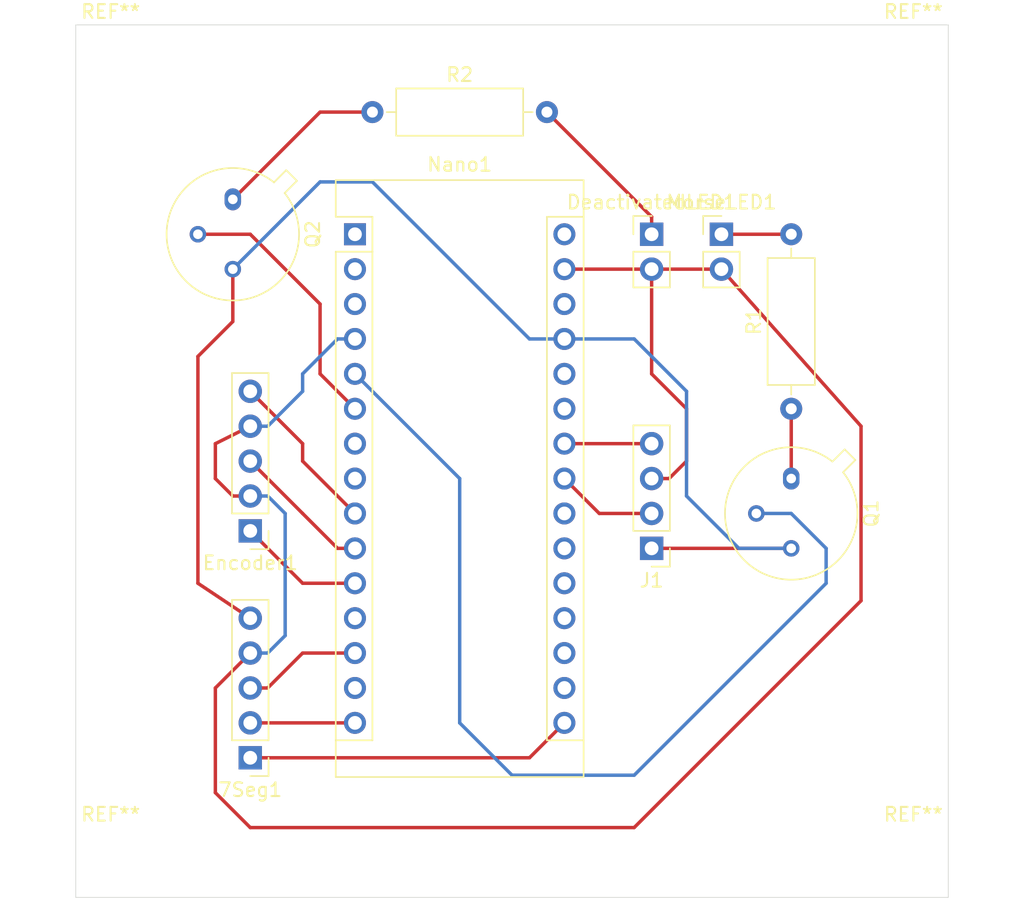
<source format=kicad_pcb>
(kicad_pcb (version 20171130) (host pcbnew "(5.1.9)-1")

  (general
    (thickness 1.6)
    (drawings 4)
    (tracks 77)
    (zones 0)
    (modules 14)
    (nets 34)
  )

  (page A4)
  (layers
    (0 F.Cu signal)
    (31 B.Cu signal)
    (32 B.Adhes user)
    (33 F.Adhes user)
    (34 B.Paste user)
    (35 F.Paste user)
    (36 B.SilkS user)
    (37 F.SilkS user)
    (38 B.Mask user)
    (39 F.Mask user)
    (40 Dwgs.User user)
    (41 Cmts.User user hide)
    (42 Eco1.User user hide)
    (43 Eco2.User user hide)
    (44 Edge.Cuts user)
    (45 Margin user hide)
    (46 B.CrtYd user hide)
    (47 F.CrtYd user hide)
    (48 B.Fab user)
    (49 F.Fab user)
  )

  (setup
    (last_trace_width 0.25)
    (trace_clearance 0.2)
    (zone_clearance 0.508)
    (zone_45_only no)
    (trace_min 0.2)
    (via_size 0.8)
    (via_drill 0.4)
    (via_min_size 0.4)
    (via_min_drill 0.3)
    (uvia_size 0.3)
    (uvia_drill 0.1)
    (uvias_allowed no)
    (uvia_min_size 0.2)
    (uvia_min_drill 0.1)
    (edge_width 0.05)
    (segment_width 0.2)
    (pcb_text_width 0.3)
    (pcb_text_size 1.5 1.5)
    (mod_edge_width 0.12)
    (mod_text_size 1 1)
    (mod_text_width 0.15)
    (pad_size 1.524 1.524)
    (pad_drill 0.762)
    (pad_to_mask_clearance 0)
    (aux_axis_origin 0 0)
    (grid_origin 133.35 71.12)
    (visible_elements 7FFFFFFF)
    (pcbplotparams
      (layerselection 0x010fc_ffffffff)
      (usegerberextensions false)
      (usegerberattributes true)
      (usegerberadvancedattributes true)
      (creategerberjobfile true)
      (excludeedgelayer true)
      (linewidth 0.100000)
      (plotframeref false)
      (viasonmask false)
      (mode 1)
      (useauxorigin false)
      (hpglpennumber 1)
      (hpglpenspeed 20)
      (hpglpendiameter 15.000000)
      (psnegative false)
      (psa4output false)
      (plotreference true)
      (plotvalue true)
      (plotinvisibletext false)
      (padsonsilk false)
      (subtractmaskfromsilk false)
      (outputformat 1)
      (mirror false)
      (drillshape 0)
      (scaleselection 1)
      (outputdirectory ""))
  )

  (net 0 "")
  (net 1 "Net-(7Seg1-Pad1)")
  (net 2 "Net-(7Seg1-Pad2)")
  (net 3 "Net-(Nano1-Pad30)")
  (net 4 "Net-(Nano1-Pad14)")
  (net 5 GND)
  (net 6 "Net-(7Seg1-Pad3)")
  (net 7 "Net-(Nano1-Pad28)")
  (net 8 "Net-(Nano1-Pad12)")
  (net 9 +5V)
  (net 10 "Net-(Encoder1-Pad1)")
  (net 11 "Net-(Nano1-Pad26)")
  (net 12 "Net-(Encoder1-Pad3)")
  (net 13 "Net-(Nano1-Pad25)")
  (net 14 "Net-(Encoder1-Pad5)")
  (net 15 "Net-(Nano1-Pad8)")
  (net 16 "Net-(Nano1-Pad7)")
  (net 17 "Net-(Nano1-Pad22)")
  (net 18 "Net-(Nano1-Pad6)")
  (net 19 "Net-(Nano1-Pad21)")
  (net 20 "Net-(Nano1-Pad5)")
  (net 21 "Net-(Nano1-Pad20)")
  (net 22 "Net-(Nano1-Pad19)")
  (net 23 "Net-(Nano1-Pad3)")
  (net 24 "Net-(Nano1-Pad18)")
  (net 25 "Net-(Nano1-Pad2)")
  (net 26 "Net-(Nano1-Pad17)")
  (net 27 "Net-(Nano1-Pad1)")
  (net 28 "Net-(Q1-Pad1)")
  (net 29 "Net-(DeactivatedLED1-Pad1)")
  (net 30 "Net-(J1-Pad4)")
  (net 31 "Net-(J1-Pad2)")
  (net 32 "Net-(MorseLED1-Pad1)")
  (net 33 "Net-(Q2-Pad1)")

  (net_class Default "This is the default net class."
    (clearance 0.2)
    (trace_width 0.25)
    (via_dia 0.8)
    (via_drill 0.4)
    (uvia_dia 0.3)
    (uvia_drill 0.1)
    (add_net +5V)
    (add_net GND)
    (add_net "Net-(7Seg1-Pad1)")
    (add_net "Net-(7Seg1-Pad2)")
    (add_net "Net-(7Seg1-Pad3)")
    (add_net "Net-(DeactivatedLED1-Pad1)")
    (add_net "Net-(Encoder1-Pad1)")
    (add_net "Net-(Encoder1-Pad3)")
    (add_net "Net-(Encoder1-Pad5)")
    (add_net "Net-(J1-Pad2)")
    (add_net "Net-(J1-Pad4)")
    (add_net "Net-(MorseLED1-Pad1)")
    (add_net "Net-(Nano1-Pad1)")
    (add_net "Net-(Nano1-Pad12)")
    (add_net "Net-(Nano1-Pad14)")
    (add_net "Net-(Nano1-Pad17)")
    (add_net "Net-(Nano1-Pad18)")
    (add_net "Net-(Nano1-Pad19)")
    (add_net "Net-(Nano1-Pad2)")
    (add_net "Net-(Nano1-Pad20)")
    (add_net "Net-(Nano1-Pad21)")
    (add_net "Net-(Nano1-Pad22)")
    (add_net "Net-(Nano1-Pad25)")
    (add_net "Net-(Nano1-Pad26)")
    (add_net "Net-(Nano1-Pad28)")
    (add_net "Net-(Nano1-Pad3)")
    (add_net "Net-(Nano1-Pad30)")
    (add_net "Net-(Nano1-Pad5)")
    (add_net "Net-(Nano1-Pad6)")
    (add_net "Net-(Nano1-Pad7)")
    (add_net "Net-(Nano1-Pad8)")
    (add_net "Net-(Q1-Pad1)")
    (add_net "Net-(Q2-Pad1)")
  )

  (module MountingHole:MountingHole_2.5mm (layer F.Cu) (tedit 56D1B4CB) (tstamp 61066581)
    (at 135.89 132.08)
    (descr "Mounting Hole 2.5mm, no annular")
    (tags "mounting hole 2.5mm no annular")
    (attr virtual)
    (fp_text reference REF** (at 0 -3.5) (layer F.SilkS)
      (effects (font (size 1 1) (thickness 0.15)))
    )
    (fp_text value MountingHole_2.5mm (at 0 3.5) (layer F.Fab)
      (effects (font (size 1 1) (thickness 0.15)))
    )
    (fp_text user %R (at 0.3 0) (layer F.Fab)
      (effects (font (size 1 1) (thickness 0.15)))
    )
    (fp_circle (center 0 0) (end 2.5 0) (layer Cmts.User) (width 0.15))
    (fp_circle (center 0 0) (end 2.75 0) (layer F.CrtYd) (width 0.05))
    (pad 1 np_thru_hole circle (at 0 0) (size 2.5 2.5) (drill 2.5) (layers *.Cu *.Mask))
  )

  (module MountingHole:MountingHole_2.5mm (layer F.Cu) (tedit 56D1B4CB) (tstamp 6106655D)
    (at 194.31 132.08)
    (descr "Mounting Hole 2.5mm, no annular")
    (tags "mounting hole 2.5mm no annular")
    (attr virtual)
    (fp_text reference REF** (at 0 -3.5) (layer F.SilkS)
      (effects (font (size 1 1) (thickness 0.15)))
    )
    (fp_text value MountingHole_2.5mm (at 0 3.5) (layer F.Fab)
      (effects (font (size 1 1) (thickness 0.15)))
    )
    (fp_text user %R (at 0.3 0) (layer F.Fab)
      (effects (font (size 1 1) (thickness 0.15)))
    )
    (fp_circle (center 0 0) (end 2.5 0) (layer Cmts.User) (width 0.15))
    (fp_circle (center 0 0) (end 2.75 0) (layer F.CrtYd) (width 0.05))
    (pad 1 np_thru_hole circle (at 0 0) (size 2.5 2.5) (drill 2.5) (layers *.Cu *.Mask))
  )

  (module MountingHole:MountingHole_2.5mm (layer F.Cu) (tedit 56D1B4CB) (tstamp 61066539)
    (at 194.31 73.66)
    (descr "Mounting Hole 2.5mm, no annular")
    (tags "mounting hole 2.5mm no annular")
    (attr virtual)
    (fp_text reference REF** (at 0 -3.5) (layer F.SilkS)
      (effects (font (size 1 1) (thickness 0.15)))
    )
    (fp_text value MountingHole_2.5mm (at 0 3.5) (layer F.Fab)
      (effects (font (size 1 1) (thickness 0.15)))
    )
    (fp_text user %R (at 0.3 0) (layer F.Fab)
      (effects (font (size 1 1) (thickness 0.15)))
    )
    (fp_circle (center 0 0) (end 2.5 0) (layer Cmts.User) (width 0.15))
    (fp_circle (center 0 0) (end 2.75 0) (layer F.CrtYd) (width 0.05))
    (pad 1 np_thru_hole circle (at 0 0) (size 2.5 2.5) (drill 2.5) (layers *.Cu *.Mask))
  )

  (module MountingHole:MountingHole_2.5mm (layer F.Cu) (tedit 56D1B4CB) (tstamp 61066515)
    (at 135.89 73.66)
    (descr "Mounting Hole 2.5mm, no annular")
    (tags "mounting hole 2.5mm no annular")
    (attr virtual)
    (fp_text reference REF** (at 0 -3.5) (layer F.SilkS)
      (effects (font (size 1 1) (thickness 0.15)))
    )
    (fp_text value MountingHole_2.5mm (at 0 3.5) (layer F.Fab)
      (effects (font (size 1 1) (thickness 0.15)))
    )
    (fp_text user %R (at 0.3 0) (layer F.Fab)
      (effects (font (size 1 1) (thickness 0.15)))
    )
    (fp_circle (center 0 0) (end 2.5 0) (layer Cmts.User) (width 0.15))
    (fp_circle (center 0 0) (end 2.75 0) (layer F.CrtYd) (width 0.05))
    (pad 1 np_thru_hole circle (at 0 0) (size 2.5 2.5) (drill 2.5) (layers *.Cu *.Mask))
  )

  (module Resistor_THT:R_Axial_DIN0309_L9.0mm_D3.2mm_P12.70mm_Horizontal (layer F.Cu) (tedit 5AE5139B) (tstamp 610548EB)
    (at 154.94 77.47)
    (descr "Resistor, Axial_DIN0309 series, Axial, Horizontal, pin pitch=12.7mm, 0.5W = 1/2W, length*diameter=9*3.2mm^2, http://cdn-reichelt.de/documents/datenblatt/B400/1_4W%23YAG.pdf")
    (tags "Resistor Axial_DIN0309 series Axial Horizontal pin pitch 12.7mm 0.5W = 1/2W length 9mm diameter 3.2mm")
    (path /61056D92)
    (fp_text reference R2 (at 6.35 -2.72) (layer F.SilkS)
      (effects (font (size 1 1) (thickness 0.15)))
    )
    (fp_text value R (at 6.35 2.72) (layer F.Fab)
      (effects (font (size 1 1) (thickness 0.15)))
    )
    (fp_line (start 13.75 -1.85) (end -1.05 -1.85) (layer F.CrtYd) (width 0.05))
    (fp_line (start 13.75 1.85) (end 13.75 -1.85) (layer F.CrtYd) (width 0.05))
    (fp_line (start -1.05 1.85) (end 13.75 1.85) (layer F.CrtYd) (width 0.05))
    (fp_line (start -1.05 -1.85) (end -1.05 1.85) (layer F.CrtYd) (width 0.05))
    (fp_line (start 11.66 0) (end 10.97 0) (layer F.SilkS) (width 0.12))
    (fp_line (start 1.04 0) (end 1.73 0) (layer F.SilkS) (width 0.12))
    (fp_line (start 10.97 -1.72) (end 1.73 -1.72) (layer F.SilkS) (width 0.12))
    (fp_line (start 10.97 1.72) (end 10.97 -1.72) (layer F.SilkS) (width 0.12))
    (fp_line (start 1.73 1.72) (end 10.97 1.72) (layer F.SilkS) (width 0.12))
    (fp_line (start 1.73 -1.72) (end 1.73 1.72) (layer F.SilkS) (width 0.12))
    (fp_line (start 12.7 0) (end 10.85 0) (layer F.Fab) (width 0.1))
    (fp_line (start 0 0) (end 1.85 0) (layer F.Fab) (width 0.1))
    (fp_line (start 10.85 -1.6) (end 1.85 -1.6) (layer F.Fab) (width 0.1))
    (fp_line (start 10.85 1.6) (end 10.85 -1.6) (layer F.Fab) (width 0.1))
    (fp_line (start 1.85 1.6) (end 10.85 1.6) (layer F.Fab) (width 0.1))
    (fp_line (start 1.85 -1.6) (end 1.85 1.6) (layer F.Fab) (width 0.1))
    (fp_text user %R (at 6.35 0) (layer F.Fab)
      (effects (font (size 1 1) (thickness 0.15)))
    )
    (pad 2 thru_hole oval (at 12.7 0) (size 1.6 1.6) (drill 0.8) (layers *.Cu *.Mask)
      (net 29 "Net-(DeactivatedLED1-Pad1)"))
    (pad 1 thru_hole circle (at 0 0) (size 1.6 1.6) (drill 0.8) (layers *.Cu *.Mask)
      (net 33 "Net-(Q2-Pad1)"))
    (model ${KISYS3DMOD}/Resistor_THT.3dshapes/R_Axial_DIN0309_L9.0mm_D3.2mm_P12.70mm_Horizontal.wrl
      (at (xyz 0 0 0))
      (scale (xyz 1 1 1))
      (rotate (xyz 0 0 0))
    )
  )

  (module Resistor_THT:R_Axial_DIN0309_L9.0mm_D3.2mm_P12.70mm_Horizontal (layer F.Cu) (tedit 5AE5139B) (tstamp 610548D4)
    (at 185.42 99.06 90)
    (descr "Resistor, Axial_DIN0309 series, Axial, Horizontal, pin pitch=12.7mm, 0.5W = 1/2W, length*diameter=9*3.2mm^2, http://cdn-reichelt.de/documents/datenblatt/B400/1_4W%23YAG.pdf")
    (tags "Resistor Axial_DIN0309 series Axial Horizontal pin pitch 12.7mm 0.5W = 1/2W length 9mm diameter 3.2mm")
    (path /6104E96F)
    (fp_text reference R1 (at 6.35 -2.72 90) (layer F.SilkS)
      (effects (font (size 1 1) (thickness 0.15)))
    )
    (fp_text value R (at 6.35 2.72 90) (layer F.Fab)
      (effects (font (size 1 1) (thickness 0.15)))
    )
    (fp_line (start 13.75 -1.85) (end -1.05 -1.85) (layer F.CrtYd) (width 0.05))
    (fp_line (start 13.75 1.85) (end 13.75 -1.85) (layer F.CrtYd) (width 0.05))
    (fp_line (start -1.05 1.85) (end 13.75 1.85) (layer F.CrtYd) (width 0.05))
    (fp_line (start -1.05 -1.85) (end -1.05 1.85) (layer F.CrtYd) (width 0.05))
    (fp_line (start 11.66 0) (end 10.97 0) (layer F.SilkS) (width 0.12))
    (fp_line (start 1.04 0) (end 1.73 0) (layer F.SilkS) (width 0.12))
    (fp_line (start 10.97 -1.72) (end 1.73 -1.72) (layer F.SilkS) (width 0.12))
    (fp_line (start 10.97 1.72) (end 10.97 -1.72) (layer F.SilkS) (width 0.12))
    (fp_line (start 1.73 1.72) (end 10.97 1.72) (layer F.SilkS) (width 0.12))
    (fp_line (start 1.73 -1.72) (end 1.73 1.72) (layer F.SilkS) (width 0.12))
    (fp_line (start 12.7 0) (end 10.85 0) (layer F.Fab) (width 0.1))
    (fp_line (start 0 0) (end 1.85 0) (layer F.Fab) (width 0.1))
    (fp_line (start 10.85 -1.6) (end 1.85 -1.6) (layer F.Fab) (width 0.1))
    (fp_line (start 10.85 1.6) (end 10.85 -1.6) (layer F.Fab) (width 0.1))
    (fp_line (start 1.85 1.6) (end 10.85 1.6) (layer F.Fab) (width 0.1))
    (fp_line (start 1.85 -1.6) (end 1.85 1.6) (layer F.Fab) (width 0.1))
    (fp_text user %R (at 6.35 0 90) (layer F.Fab)
      (effects (font (size 1 1) (thickness 0.15)))
    )
    (pad 2 thru_hole oval (at 12.7 0 90) (size 1.6 1.6) (drill 0.8) (layers *.Cu *.Mask)
      (net 32 "Net-(MorseLED1-Pad1)"))
    (pad 1 thru_hole circle (at 0 0 90) (size 1.6 1.6) (drill 0.8) (layers *.Cu *.Mask)
      (net 28 "Net-(Q1-Pad1)"))
    (model ${KISYS3DMOD}/Resistor_THT.3dshapes/R_Axial_DIN0309_L9.0mm_D3.2mm_P12.70mm_Horizontal.wrl
      (at (xyz 0 0 0))
      (scale (xyz 1 1 1))
      (rotate (xyz 0 0 0))
    )
  )

  (module Package_TO_SOT_THT:TO-39-3 (layer F.Cu) (tedit 5A02FF81) (tstamp 610548BD)
    (at 144.78 83.82 270)
    (descr TO-39-3)
    (tags TO-39-3)
    (path /6105728C)
    (fp_text reference Q2 (at 2.54 -5.82 90) (layer F.SilkS)
      (effects (font (size 1 1) (thickness 0.15)))
    )
    (fp_text value 2N2219 (at 2.54 5.82 90) (layer F.Fab)
      (effects (font (size 1 1) (thickness 0.15)))
    )
    (fp_circle (center 2.54 0) (end 6.79 0) (layer F.Fab) (width 0.1))
    (fp_line (start 7.49 -4.95) (end -2.41 -4.95) (layer F.CrtYd) (width 0.05))
    (fp_line (start 7.49 4.95) (end 7.49 -4.95) (layer F.CrtYd) (width 0.05))
    (fp_line (start -2.41 4.95) (end 7.49 4.95) (layer F.CrtYd) (width 0.05))
    (fp_line (start -2.41 -4.95) (end -2.41 4.95) (layer F.CrtYd) (width 0.05))
    (fp_line (start -2.125856 -3.888039) (end -1.234902 -2.997084) (layer F.SilkS) (width 0.12))
    (fp_line (start -1.348039 -4.665856) (end -2.125856 -3.888039) (layer F.SilkS) (width 0.12))
    (fp_line (start -0.457084 -3.774902) (end -1.348039 -4.665856) (layer F.SilkS) (width 0.12))
    (fp_line (start -1.879621 -3.81151) (end -1.07352 -3.005408) (layer F.Fab) (width 0.1))
    (fp_line (start -1.27151 -4.419621) (end -1.879621 -3.81151) (layer F.Fab) (width 0.1))
    (fp_line (start -0.465408 -3.61352) (end -1.27151 -4.419621) (layer F.Fab) (width 0.1))
    (fp_arc (start 2.54 0) (end -0.457084 -3.774902) (angle 346.9) (layer F.SilkS) (width 0.12))
    (fp_arc (start 2.54 0) (end -0.465408 -3.61352) (angle 349.5) (layer F.Fab) (width 0.1))
    (fp_text user %R (at 2.54 -5.82 90) (layer F.Fab)
      (effects (font (size 1 1) (thickness 0.15)))
    )
    (pad 3 thru_hole oval (at 5.08 0 270) (size 1.2 1.2) (drill 0.7) (layers *.Cu *.Mask)
      (net 9 +5V))
    (pad 2 thru_hole oval (at 2.54 2.54 270) (size 1.2 1.2) (drill 0.7) (layers *.Cu *.Mask)
      (net 18 "Net-(Nano1-Pad6)"))
    (pad 1 thru_hole oval (at 0 0 270) (size 1.6 1.2) (drill 0.7) (layers *.Cu *.Mask)
      (net 33 "Net-(Q2-Pad1)"))
    (model ${KISYS3DMOD}/Package_TO_SOT_THT.3dshapes/TO-39-3.wrl
      (at (xyz 0 0 0))
      (scale (xyz 1 1 1))
      (rotate (xyz 0 0 0))
    )
  )

  (module Connector_PinHeader_2.54mm:PinHeader_1x02_P2.54mm_Vertical (layer F.Cu) (tedit 59FED5CC) (tstamp 61054808)
    (at 180.34 86.36)
    (descr "Through hole straight pin header, 1x02, 2.54mm pitch, single row")
    (tags "Through hole pin header THT 1x02 2.54mm single row")
    (path /610551C1)
    (fp_text reference MorseLED1 (at 0 -2.33) (layer F.SilkS)
      (effects (font (size 1 1) (thickness 0.15)))
    )
    (fp_text value Conn_01x02 (at 0 4.87) (layer F.Fab)
      (effects (font (size 1 1) (thickness 0.15)))
    )
    (fp_line (start 1.8 -1.8) (end -1.8 -1.8) (layer F.CrtYd) (width 0.05))
    (fp_line (start 1.8 4.35) (end 1.8 -1.8) (layer F.CrtYd) (width 0.05))
    (fp_line (start -1.8 4.35) (end 1.8 4.35) (layer F.CrtYd) (width 0.05))
    (fp_line (start -1.8 -1.8) (end -1.8 4.35) (layer F.CrtYd) (width 0.05))
    (fp_line (start -1.33 -1.33) (end 0 -1.33) (layer F.SilkS) (width 0.12))
    (fp_line (start -1.33 0) (end -1.33 -1.33) (layer F.SilkS) (width 0.12))
    (fp_line (start -1.33 1.27) (end 1.33 1.27) (layer F.SilkS) (width 0.12))
    (fp_line (start 1.33 1.27) (end 1.33 3.87) (layer F.SilkS) (width 0.12))
    (fp_line (start -1.33 1.27) (end -1.33 3.87) (layer F.SilkS) (width 0.12))
    (fp_line (start -1.33 3.87) (end 1.33 3.87) (layer F.SilkS) (width 0.12))
    (fp_line (start -1.27 -0.635) (end -0.635 -1.27) (layer F.Fab) (width 0.1))
    (fp_line (start -1.27 3.81) (end -1.27 -0.635) (layer F.Fab) (width 0.1))
    (fp_line (start 1.27 3.81) (end -1.27 3.81) (layer F.Fab) (width 0.1))
    (fp_line (start 1.27 -1.27) (end 1.27 3.81) (layer F.Fab) (width 0.1))
    (fp_line (start -0.635 -1.27) (end 1.27 -1.27) (layer F.Fab) (width 0.1))
    (fp_text user %R (at 0 1.27 90) (layer F.Fab)
      (effects (font (size 1 1) (thickness 0.15)))
    )
    (pad 2 thru_hole oval (at 0 2.54) (size 1.7 1.7) (drill 1) (layers *.Cu *.Mask)
      (net 5 GND))
    (pad 1 thru_hole rect (at 0 0) (size 1.7 1.7) (drill 1) (layers *.Cu *.Mask)
      (net 32 "Net-(MorseLED1-Pad1)"))
    (model ${KISYS3DMOD}/Connector_PinHeader_2.54mm.3dshapes/PinHeader_1x02_P2.54mm_Vertical.wrl
      (at (xyz 0 0 0))
      (scale (xyz 1 1 1))
      (rotate (xyz 0 0 0))
    )
  )

  (module Connector_PinHeader_2.54mm:PinHeader_1x04_P2.54mm_Vertical (layer F.Cu) (tedit 59FED5CC) (tstamp 610547F2)
    (at 175.26 109.22 180)
    (descr "Through hole straight pin header, 1x04, 2.54mm pitch, single row")
    (tags "Through hole pin header THT 1x04 2.54mm single row")
    (path /6105BDAA)
    (fp_text reference J1 (at 0 -2.33) (layer F.SilkS)
      (effects (font (size 1 1) (thickness 0.15)))
    )
    (fp_text value Conn_01x04 (at 0 9.95) (layer F.Fab)
      (effects (font (size 1 1) (thickness 0.15)))
    )
    (fp_line (start 1.8 -1.8) (end -1.8 -1.8) (layer F.CrtYd) (width 0.05))
    (fp_line (start 1.8 9.4) (end 1.8 -1.8) (layer F.CrtYd) (width 0.05))
    (fp_line (start -1.8 9.4) (end 1.8 9.4) (layer F.CrtYd) (width 0.05))
    (fp_line (start -1.8 -1.8) (end -1.8 9.4) (layer F.CrtYd) (width 0.05))
    (fp_line (start -1.33 -1.33) (end 0 -1.33) (layer F.SilkS) (width 0.12))
    (fp_line (start -1.33 0) (end -1.33 -1.33) (layer F.SilkS) (width 0.12))
    (fp_line (start -1.33 1.27) (end 1.33 1.27) (layer F.SilkS) (width 0.12))
    (fp_line (start 1.33 1.27) (end 1.33 8.95) (layer F.SilkS) (width 0.12))
    (fp_line (start -1.33 1.27) (end -1.33 8.95) (layer F.SilkS) (width 0.12))
    (fp_line (start -1.33 8.95) (end 1.33 8.95) (layer F.SilkS) (width 0.12))
    (fp_line (start -1.27 -0.635) (end -0.635 -1.27) (layer F.Fab) (width 0.1))
    (fp_line (start -1.27 8.89) (end -1.27 -0.635) (layer F.Fab) (width 0.1))
    (fp_line (start 1.27 8.89) (end -1.27 8.89) (layer F.Fab) (width 0.1))
    (fp_line (start 1.27 -1.27) (end 1.27 8.89) (layer F.Fab) (width 0.1))
    (fp_line (start -0.635 -1.27) (end 1.27 -1.27) (layer F.Fab) (width 0.1))
    (fp_text user %R (at 0 3.81 90) (layer F.Fab)
      (effects (font (size 1 1) (thickness 0.15)))
    )
    (pad 4 thru_hole oval (at 0 7.62 180) (size 1.7 1.7) (drill 1) (layers *.Cu *.Mask)
      (net 30 "Net-(J1-Pad4)"))
    (pad 3 thru_hole oval (at 0 5.08 180) (size 1.7 1.7) (drill 1) (layers *.Cu *.Mask)
      (net 5 GND))
    (pad 2 thru_hole oval (at 0 2.54 180) (size 1.7 1.7) (drill 1) (layers *.Cu *.Mask)
      (net 31 "Net-(J1-Pad2)"))
    (pad 1 thru_hole rect (at 0 0 180) (size 1.7 1.7) (drill 1) (layers *.Cu *.Mask)
      (net 9 +5V))
    (model ${KISYS3DMOD}/Connector_PinHeader_2.54mm.3dshapes/PinHeader_1x04_P2.54mm_Vertical.wrl
      (at (xyz 0 0 0))
      (scale (xyz 1 1 1))
      (rotate (xyz 0 0 0))
    )
  )

  (module Connector_PinHeader_2.54mm:PinHeader_1x02_P2.54mm_Vertical (layer F.Cu) (tedit 59FED5CC) (tstamp 610547AA)
    (at 175.26 86.36)
    (descr "Through hole straight pin header, 1x02, 2.54mm pitch, single row")
    (tags "Through hole pin header THT 1x02 2.54mm single row")
    (path /6105576B)
    (fp_text reference DeactivatedLED1 (at 0 -2.33) (layer F.SilkS)
      (effects (font (size 1 1) (thickness 0.15)))
    )
    (fp_text value Conn_01x02 (at 0 4.87) (layer F.Fab)
      (effects (font (size 1 1) (thickness 0.15)))
    )
    (fp_line (start 1.8 -1.8) (end -1.8 -1.8) (layer F.CrtYd) (width 0.05))
    (fp_line (start 1.8 4.35) (end 1.8 -1.8) (layer F.CrtYd) (width 0.05))
    (fp_line (start -1.8 4.35) (end 1.8 4.35) (layer F.CrtYd) (width 0.05))
    (fp_line (start -1.8 -1.8) (end -1.8 4.35) (layer F.CrtYd) (width 0.05))
    (fp_line (start -1.33 -1.33) (end 0 -1.33) (layer F.SilkS) (width 0.12))
    (fp_line (start -1.33 0) (end -1.33 -1.33) (layer F.SilkS) (width 0.12))
    (fp_line (start -1.33 1.27) (end 1.33 1.27) (layer F.SilkS) (width 0.12))
    (fp_line (start 1.33 1.27) (end 1.33 3.87) (layer F.SilkS) (width 0.12))
    (fp_line (start -1.33 1.27) (end -1.33 3.87) (layer F.SilkS) (width 0.12))
    (fp_line (start -1.33 3.87) (end 1.33 3.87) (layer F.SilkS) (width 0.12))
    (fp_line (start -1.27 -0.635) (end -0.635 -1.27) (layer F.Fab) (width 0.1))
    (fp_line (start -1.27 3.81) (end -1.27 -0.635) (layer F.Fab) (width 0.1))
    (fp_line (start 1.27 3.81) (end -1.27 3.81) (layer F.Fab) (width 0.1))
    (fp_line (start 1.27 -1.27) (end 1.27 3.81) (layer F.Fab) (width 0.1))
    (fp_line (start -0.635 -1.27) (end 1.27 -1.27) (layer F.Fab) (width 0.1))
    (fp_text user %R (at 0 1.27 90) (layer F.Fab)
      (effects (font (size 1 1) (thickness 0.15)))
    )
    (pad 2 thru_hole oval (at 0 2.54) (size 1.7 1.7) (drill 1) (layers *.Cu *.Mask)
      (net 5 GND))
    (pad 1 thru_hole rect (at 0 0) (size 1.7 1.7) (drill 1) (layers *.Cu *.Mask)
      (net 29 "Net-(DeactivatedLED1-Pad1)"))
    (model ${KISYS3DMOD}/Connector_PinHeader_2.54mm.3dshapes/PinHeader_1x02_P2.54mm_Vertical.wrl
      (at (xyz 0 0 0))
      (scale (xyz 1 1 1))
      (rotate (xyz 0 0 0))
    )
  )

  (module Package_TO_SOT_THT:TO-39-3 (layer F.Cu) (tedit 5A02FF81) (tstamp 61049976)
    (at 185.42 104.14 270)
    (descr TO-39-3)
    (tags TO-39-3)
    (path /6104D7BF)
    (fp_text reference Q1 (at 2.54 -5.82 90) (layer F.SilkS)
      (effects (font (size 1 1) (thickness 0.15)))
    )
    (fp_text value 2N2219 (at 2.54 5.82 90) (layer F.Fab)
      (effects (font (size 1 1) (thickness 0.15)))
    )
    (fp_line (start -0.465408 -3.61352) (end -1.27151 -4.419621) (layer F.Fab) (width 0.1))
    (fp_line (start -1.27151 -4.419621) (end -1.879621 -3.81151) (layer F.Fab) (width 0.1))
    (fp_line (start -1.879621 -3.81151) (end -1.07352 -3.005408) (layer F.Fab) (width 0.1))
    (fp_line (start -0.457084 -3.774902) (end -1.348039 -4.665856) (layer F.SilkS) (width 0.12))
    (fp_line (start -1.348039 -4.665856) (end -2.125856 -3.888039) (layer F.SilkS) (width 0.12))
    (fp_line (start -2.125856 -3.888039) (end -1.234902 -2.997084) (layer F.SilkS) (width 0.12))
    (fp_line (start -2.41 -4.95) (end -2.41 4.95) (layer F.CrtYd) (width 0.05))
    (fp_line (start -2.41 4.95) (end 7.49 4.95) (layer F.CrtYd) (width 0.05))
    (fp_line (start 7.49 4.95) (end 7.49 -4.95) (layer F.CrtYd) (width 0.05))
    (fp_line (start 7.49 -4.95) (end -2.41 -4.95) (layer F.CrtYd) (width 0.05))
    (fp_circle (center 2.54 0) (end 6.79 0) (layer F.Fab) (width 0.1))
    (fp_text user %R (at 2.54 -5.82 90) (layer F.Fab)
      (effects (font (size 1 1) (thickness 0.15)))
    )
    (fp_arc (start 2.54 0) (end -0.465408 -3.61352) (angle 349.5) (layer F.Fab) (width 0.1))
    (fp_arc (start 2.54 0) (end -0.457084 -3.774902) (angle 346.9) (layer F.SilkS) (width 0.12))
    (pad 1 thru_hole oval (at 0 0 270) (size 1.6 1.2) (drill 0.7) (layers *.Cu *.Mask)
      (net 28 "Net-(Q1-Pad1)"))
    (pad 2 thru_hole oval (at 2.54 2.54 270) (size 1.2 1.2) (drill 0.7) (layers *.Cu *.Mask)
      (net 20 "Net-(Nano1-Pad5)"))
    (pad 3 thru_hole oval (at 5.08 0 270) (size 1.2 1.2) (drill 0.7) (layers *.Cu *.Mask)
      (net 9 +5V))
    (model ${KISYS3DMOD}/Package_TO_SOT_THT.3dshapes/TO-39-3.wrl
      (at (xyz 0 0 0))
      (scale (xyz 1 1 1))
      (rotate (xyz 0 0 0))
    )
  )

  (module Connector_PinHeader_2.54mm:PinHeader_1x05_P2.54mm_Vertical (layer F.Cu) (tedit 59FED5CC) (tstamp 610495D7)
    (at 146.05 107.95 180)
    (descr "Through hole straight pin header, 1x05, 2.54mm pitch, single row")
    (tags "Through hole pin header THT 1x05 2.54mm single row")
    (path /61045C91)
    (fp_text reference Encoder1 (at 0 -2.33) (layer F.SilkS)
      (effects (font (size 1 1) (thickness 0.15)))
    )
    (fp_text value Conn_01x05 (at 0 12.49) (layer F.Fab)
      (effects (font (size 1 1) (thickness 0.15)))
    )
    (fp_line (start 1.8 -1.8) (end -1.8 -1.8) (layer F.CrtYd) (width 0.05))
    (fp_line (start 1.8 11.95) (end 1.8 -1.8) (layer F.CrtYd) (width 0.05))
    (fp_line (start -1.8 11.95) (end 1.8 11.95) (layer F.CrtYd) (width 0.05))
    (fp_line (start -1.8 -1.8) (end -1.8 11.95) (layer F.CrtYd) (width 0.05))
    (fp_line (start -1.33 -1.33) (end 0 -1.33) (layer F.SilkS) (width 0.12))
    (fp_line (start -1.33 0) (end -1.33 -1.33) (layer F.SilkS) (width 0.12))
    (fp_line (start -1.33 1.27) (end 1.33 1.27) (layer F.SilkS) (width 0.12))
    (fp_line (start 1.33 1.27) (end 1.33 11.49) (layer F.SilkS) (width 0.12))
    (fp_line (start -1.33 1.27) (end -1.33 11.49) (layer F.SilkS) (width 0.12))
    (fp_line (start -1.33 11.49) (end 1.33 11.49) (layer F.SilkS) (width 0.12))
    (fp_line (start -1.27 -0.635) (end -0.635 -1.27) (layer F.Fab) (width 0.1))
    (fp_line (start -1.27 11.43) (end -1.27 -0.635) (layer F.Fab) (width 0.1))
    (fp_line (start 1.27 11.43) (end -1.27 11.43) (layer F.Fab) (width 0.1))
    (fp_line (start 1.27 -1.27) (end 1.27 11.43) (layer F.Fab) (width 0.1))
    (fp_line (start -0.635 -1.27) (end 1.27 -1.27) (layer F.Fab) (width 0.1))
    (fp_text user %R (at 0 5.08 90) (layer F.Fab)
      (effects (font (size 1 1) (thickness 0.15)))
    )
    (pad 5 thru_hole oval (at 0 10.16 180) (size 1.7 1.7) (drill 1) (layers *.Cu *.Mask)
      (net 14 "Net-(Encoder1-Pad5)"))
    (pad 4 thru_hole oval (at 0 7.62 180) (size 1.7 1.7) (drill 1) (layers *.Cu *.Mask)
      (net 5 GND))
    (pad 3 thru_hole oval (at 0 5.08 180) (size 1.7 1.7) (drill 1) (layers *.Cu *.Mask)
      (net 12 "Net-(Encoder1-Pad3)"))
    (pad 2 thru_hole oval (at 0 2.54 180) (size 1.7 1.7) (drill 1) (layers *.Cu *.Mask)
      (net 5 GND))
    (pad 1 thru_hole rect (at 0 0 180) (size 1.7 1.7) (drill 1) (layers *.Cu *.Mask)
      (net 10 "Net-(Encoder1-Pad1)"))
    (model ${KISYS3DMOD}/Connector_PinHeader_2.54mm.3dshapes/PinHeader_1x05_P2.54mm_Vertical.wrl
      (at (xyz 0 0 0))
      (scale (xyz 1 1 1))
      (rotate (xyz 0 0 0))
    )
  )

  (module Connector_PinHeader_2.54mm:PinHeader_1x05_P2.54mm_Vertical (layer F.Cu) (tedit 59FED5CC) (tstamp 610495BE)
    (at 146.05 124.46 180)
    (descr "Through hole straight pin header, 1x05, 2.54mm pitch, single row")
    (tags "Through hole pin header THT 1x05 2.54mm single row")
    (path /61042CBA)
    (fp_text reference 7Seg1 (at 0 -2.33) (layer F.SilkS)
      (effects (font (size 1 1) (thickness 0.15)))
    )
    (fp_text value Conn_01x05 (at 0 12.49) (layer F.Fab)
      (effects (font (size 1 1) (thickness 0.15)))
    )
    (fp_line (start 1.8 -1.8) (end -1.8 -1.8) (layer F.CrtYd) (width 0.05))
    (fp_line (start 1.8 11.95) (end 1.8 -1.8) (layer F.CrtYd) (width 0.05))
    (fp_line (start -1.8 11.95) (end 1.8 11.95) (layer F.CrtYd) (width 0.05))
    (fp_line (start -1.8 -1.8) (end -1.8 11.95) (layer F.CrtYd) (width 0.05))
    (fp_line (start -1.33 -1.33) (end 0 -1.33) (layer F.SilkS) (width 0.12))
    (fp_line (start -1.33 0) (end -1.33 -1.33) (layer F.SilkS) (width 0.12))
    (fp_line (start -1.33 1.27) (end 1.33 1.27) (layer F.SilkS) (width 0.12))
    (fp_line (start 1.33 1.27) (end 1.33 11.49) (layer F.SilkS) (width 0.12))
    (fp_line (start -1.33 1.27) (end -1.33 11.49) (layer F.SilkS) (width 0.12))
    (fp_line (start -1.33 11.49) (end 1.33 11.49) (layer F.SilkS) (width 0.12))
    (fp_line (start -1.27 -0.635) (end -0.635 -1.27) (layer F.Fab) (width 0.1))
    (fp_line (start -1.27 11.43) (end -1.27 -0.635) (layer F.Fab) (width 0.1))
    (fp_line (start 1.27 11.43) (end -1.27 11.43) (layer F.Fab) (width 0.1))
    (fp_line (start 1.27 -1.27) (end 1.27 11.43) (layer F.Fab) (width 0.1))
    (fp_line (start -0.635 -1.27) (end 1.27 -1.27) (layer F.Fab) (width 0.1))
    (fp_text user %R (at 0 5.08 90) (layer F.Fab)
      (effects (font (size 1 1) (thickness 0.15)))
    )
    (pad 5 thru_hole oval (at 0 10.16 180) (size 1.7 1.7) (drill 1) (layers *.Cu *.Mask)
      (net 9 +5V))
    (pad 4 thru_hole oval (at 0 7.62 180) (size 1.7 1.7) (drill 1) (layers *.Cu *.Mask)
      (net 5 GND))
    (pad 3 thru_hole oval (at 0 5.08 180) (size 1.7 1.7) (drill 1) (layers *.Cu *.Mask)
      (net 6 "Net-(7Seg1-Pad3)"))
    (pad 2 thru_hole oval (at 0 2.54 180) (size 1.7 1.7) (drill 1) (layers *.Cu *.Mask)
      (net 2 "Net-(7Seg1-Pad2)"))
    (pad 1 thru_hole rect (at 0 0 180) (size 1.7 1.7) (drill 1) (layers *.Cu *.Mask)
      (net 1 "Net-(7Seg1-Pad1)"))
    (model ${KISYS3DMOD}/Connector_PinHeader_2.54mm.3dshapes/PinHeader_1x05_P2.54mm_Vertical.wrl
      (at (xyz 0 0 0))
      (scale (xyz 1 1 1))
      (rotate (xyz 0 0 0))
    )
  )

  (module Module:Arduino_Nano (layer F.Cu) (tedit 58ACAF70) (tstamp 61048E8A)
    (at 153.67 86.36)
    (descr "Arduino Nano, http://www.mouser.com/pdfdocs/Gravitech_Arduino_Nano3_0.pdf")
    (tags "Arduino Nano")
    (path /6103F115)
    (fp_text reference Nano1 (at 7.62 -5.08) (layer F.SilkS)
      (effects (font (size 1 1) (thickness 0.15)))
    )
    (fp_text value Arduino_Nano_v3.x (at 8.89 19.05 90) (layer F.Fab)
      (effects (font (size 1 1) (thickness 0.15)))
    )
    (fp_line (start 1.27 1.27) (end 1.27 -1.27) (layer F.SilkS) (width 0.12))
    (fp_line (start 1.27 -1.27) (end -1.4 -1.27) (layer F.SilkS) (width 0.12))
    (fp_line (start -1.4 1.27) (end -1.4 39.5) (layer F.SilkS) (width 0.12))
    (fp_line (start -1.4 -3.94) (end -1.4 -1.27) (layer F.SilkS) (width 0.12))
    (fp_line (start 13.97 -1.27) (end 16.64 -1.27) (layer F.SilkS) (width 0.12))
    (fp_line (start 13.97 -1.27) (end 13.97 36.83) (layer F.SilkS) (width 0.12))
    (fp_line (start 13.97 36.83) (end 16.64 36.83) (layer F.SilkS) (width 0.12))
    (fp_line (start 1.27 1.27) (end -1.4 1.27) (layer F.SilkS) (width 0.12))
    (fp_line (start 1.27 1.27) (end 1.27 36.83) (layer F.SilkS) (width 0.12))
    (fp_line (start 1.27 36.83) (end -1.4 36.83) (layer F.SilkS) (width 0.12))
    (fp_line (start 3.81 31.75) (end 11.43 31.75) (layer F.Fab) (width 0.1))
    (fp_line (start 11.43 31.75) (end 11.43 41.91) (layer F.Fab) (width 0.1))
    (fp_line (start 11.43 41.91) (end 3.81 41.91) (layer F.Fab) (width 0.1))
    (fp_line (start 3.81 41.91) (end 3.81 31.75) (layer F.Fab) (width 0.1))
    (fp_line (start -1.4 39.5) (end 16.64 39.5) (layer F.SilkS) (width 0.12))
    (fp_line (start 16.64 39.5) (end 16.64 -3.94) (layer F.SilkS) (width 0.12))
    (fp_line (start 16.64 -3.94) (end -1.4 -3.94) (layer F.SilkS) (width 0.12))
    (fp_line (start 16.51 39.37) (end -1.27 39.37) (layer F.Fab) (width 0.1))
    (fp_line (start -1.27 39.37) (end -1.27 -2.54) (layer F.Fab) (width 0.1))
    (fp_line (start -1.27 -2.54) (end 0 -3.81) (layer F.Fab) (width 0.1))
    (fp_line (start 0 -3.81) (end 16.51 -3.81) (layer F.Fab) (width 0.1))
    (fp_line (start 16.51 -3.81) (end 16.51 39.37) (layer F.Fab) (width 0.1))
    (fp_line (start -1.53 -4.06) (end 16.75 -4.06) (layer F.CrtYd) (width 0.05))
    (fp_line (start -1.53 -4.06) (end -1.53 42.16) (layer F.CrtYd) (width 0.05))
    (fp_line (start 16.75 42.16) (end 16.75 -4.06) (layer F.CrtYd) (width 0.05))
    (fp_line (start 16.75 42.16) (end -1.53 42.16) (layer F.CrtYd) (width 0.05))
    (fp_text user %R (at 6.35 19.05 90) (layer F.Fab)
      (effects (font (size 1 1) (thickness 0.15)))
    )
    (pad 1 thru_hole rect (at 0 0) (size 1.6 1.6) (drill 1) (layers *.Cu *.Mask)
      (net 27 "Net-(Nano1-Pad1)"))
    (pad 17 thru_hole oval (at 15.24 33.02) (size 1.6 1.6) (drill 1) (layers *.Cu *.Mask)
      (net 26 "Net-(Nano1-Pad17)"))
    (pad 2 thru_hole oval (at 0 2.54) (size 1.6 1.6) (drill 1) (layers *.Cu *.Mask)
      (net 25 "Net-(Nano1-Pad2)"))
    (pad 18 thru_hole oval (at 15.24 30.48) (size 1.6 1.6) (drill 1) (layers *.Cu *.Mask)
      (net 24 "Net-(Nano1-Pad18)"))
    (pad 3 thru_hole oval (at 0 5.08) (size 1.6 1.6) (drill 1) (layers *.Cu *.Mask)
      (net 23 "Net-(Nano1-Pad3)"))
    (pad 19 thru_hole oval (at 15.24 27.94) (size 1.6 1.6) (drill 1) (layers *.Cu *.Mask)
      (net 22 "Net-(Nano1-Pad19)"))
    (pad 4 thru_hole oval (at 0 7.62) (size 1.6 1.6) (drill 1) (layers *.Cu *.Mask)
      (net 5 GND))
    (pad 20 thru_hole oval (at 15.24 25.4) (size 1.6 1.6) (drill 1) (layers *.Cu *.Mask)
      (net 21 "Net-(Nano1-Pad20)"))
    (pad 5 thru_hole oval (at 0 10.16) (size 1.6 1.6) (drill 1) (layers *.Cu *.Mask)
      (net 20 "Net-(Nano1-Pad5)"))
    (pad 21 thru_hole oval (at 15.24 22.86) (size 1.6 1.6) (drill 1) (layers *.Cu *.Mask)
      (net 19 "Net-(Nano1-Pad21)"))
    (pad 6 thru_hole oval (at 0 12.7) (size 1.6 1.6) (drill 1) (layers *.Cu *.Mask)
      (net 18 "Net-(Nano1-Pad6)"))
    (pad 22 thru_hole oval (at 15.24 20.32) (size 1.6 1.6) (drill 1) (layers *.Cu *.Mask)
      (net 17 "Net-(Nano1-Pad22)"))
    (pad 7 thru_hole oval (at 0 15.24) (size 1.6 1.6) (drill 1) (layers *.Cu *.Mask)
      (net 16 "Net-(Nano1-Pad7)"))
    (pad 23 thru_hole oval (at 15.24 17.78) (size 1.6 1.6) (drill 1) (layers *.Cu *.Mask)
      (net 31 "Net-(J1-Pad2)"))
    (pad 8 thru_hole oval (at 0 17.78) (size 1.6 1.6) (drill 1) (layers *.Cu *.Mask)
      (net 15 "Net-(Nano1-Pad8)"))
    (pad 24 thru_hole oval (at 15.24 15.24) (size 1.6 1.6) (drill 1) (layers *.Cu *.Mask)
      (net 30 "Net-(J1-Pad4)"))
    (pad 9 thru_hole oval (at 0 20.32) (size 1.6 1.6) (drill 1) (layers *.Cu *.Mask)
      (net 14 "Net-(Encoder1-Pad5)"))
    (pad 25 thru_hole oval (at 15.24 12.7) (size 1.6 1.6) (drill 1) (layers *.Cu *.Mask)
      (net 13 "Net-(Nano1-Pad25)"))
    (pad 10 thru_hole oval (at 0 22.86) (size 1.6 1.6) (drill 1) (layers *.Cu *.Mask)
      (net 12 "Net-(Encoder1-Pad3)"))
    (pad 26 thru_hole oval (at 15.24 10.16) (size 1.6 1.6) (drill 1) (layers *.Cu *.Mask)
      (net 11 "Net-(Nano1-Pad26)"))
    (pad 11 thru_hole oval (at 0 25.4) (size 1.6 1.6) (drill 1) (layers *.Cu *.Mask)
      (net 10 "Net-(Encoder1-Pad1)"))
    (pad 27 thru_hole oval (at 15.24 7.62) (size 1.6 1.6) (drill 1) (layers *.Cu *.Mask)
      (net 9 +5V))
    (pad 12 thru_hole oval (at 0 27.94) (size 1.6 1.6) (drill 1) (layers *.Cu *.Mask)
      (net 8 "Net-(Nano1-Pad12)"))
    (pad 28 thru_hole oval (at 15.24 5.08) (size 1.6 1.6) (drill 1) (layers *.Cu *.Mask)
      (net 7 "Net-(Nano1-Pad28)"))
    (pad 13 thru_hole oval (at 0 30.48) (size 1.6 1.6) (drill 1) (layers *.Cu *.Mask)
      (net 6 "Net-(7Seg1-Pad3)"))
    (pad 29 thru_hole oval (at 15.24 2.54) (size 1.6 1.6) (drill 1) (layers *.Cu *.Mask)
      (net 5 GND))
    (pad 14 thru_hole oval (at 0 33.02) (size 1.6 1.6) (drill 1) (layers *.Cu *.Mask)
      (net 4 "Net-(Nano1-Pad14)"))
    (pad 30 thru_hole oval (at 15.24 0) (size 1.6 1.6) (drill 1) (layers *.Cu *.Mask)
      (net 3 "Net-(Nano1-Pad30)"))
    (pad 15 thru_hole oval (at 0 35.56) (size 1.6 1.6) (drill 1) (layers *.Cu *.Mask)
      (net 2 "Net-(7Seg1-Pad2)"))
    (pad 16 thru_hole oval (at 15.24 35.56) (size 1.6 1.6) (drill 1) (layers *.Cu *.Mask)
      (net 1 "Net-(7Seg1-Pad1)"))
    (model ${KISYS3DMOD}/Module.3dshapes/Arduino_Nano_WithMountingHoles.wrl
      (at (xyz 0 0 0))
      (scale (xyz 1 1 1))
      (rotate (xyz 0 0 0))
    )
  )

  (gr_line (start 133.35 71.12) (end 196.85 71.12) (layer Edge.Cuts) (width 0.05) (tstamp 6106628A))
  (gr_line (start 133.35 134.62) (end 133.35 71.12) (layer Edge.Cuts) (width 0.05))
  (gr_line (start 196.85 134.62) (end 133.35 134.62) (layer Edge.Cuts) (width 0.05))
  (gr_line (start 196.85 71.12) (end 196.85 134.62) (layer Edge.Cuts) (width 0.05))

  (segment (start 166.37 124.46) (end 168.91 121.92) (width 0.25) (layer F.Cu) (net 1))
  (segment (start 146.05 124.46) (end 166.37 124.46) (width 0.25) (layer F.Cu) (net 1))
  (segment (start 146.05 121.92) (end 153.67 121.92) (width 0.25) (layer F.Cu) (net 2))
  (segment (start 143.51 104.14) (end 143.51 101.6) (width 0.25) (layer F.Cu) (net 5))
  (segment (start 144.78 105.41) (end 143.51 104.14) (width 0.25) (layer F.Cu) (net 5))
  (segment (start 143.51 101.6) (end 146.05 100.33) (width 0.25) (layer F.Cu) (net 5))
  (segment (start 146.05 105.41) (end 144.78 105.41) (width 0.25) (layer F.Cu) (net 5))
  (segment (start 180.34 88.9) (end 175.26 88.9) (width 0.25) (layer F.Cu) (net 5))
  (segment (start 175.26 88.9) (end 168.91 88.9) (width 0.25) (layer F.Cu) (net 5))
  (segment (start 175.26 88.9) (end 175.26 96.52) (width 0.25) (layer F.Cu) (net 5))
  (segment (start 175.26 96.52) (end 177.8 99.06) (width 0.25) (layer F.Cu) (net 5))
  (segment (start 177.8 99.06) (end 177.8 102.87) (width 0.25) (layer F.Cu) (net 5))
  (segment (start 177.8 102.87) (end 176.53 104.14) (width 0.25) (layer F.Cu) (net 5))
  (segment (start 176.53 104.14) (end 175.26 104.14) (width 0.25) (layer F.Cu) (net 5))
  (segment (start 146.05 100.33) (end 147.32 100.33) (width 0.25) (layer B.Cu) (net 5))
  (segment (start 147.32 100.33) (end 149.86 97.79) (width 0.25) (layer B.Cu) (net 5))
  (segment (start 149.86 97.79) (end 149.86 96.52) (width 0.25) (layer B.Cu) (net 5))
  (segment (start 149.86 96.52) (end 152.4 93.98) (width 0.25) (layer B.Cu) (net 5))
  (segment (start 152.4 93.98) (end 153.67 93.98) (width 0.25) (layer B.Cu) (net 5))
  (segment (start 147.32 105.41) (end 146.05 105.41) (width 0.25) (layer B.Cu) (net 5))
  (segment (start 148.59 106.68) (end 147.32 105.41) (width 0.25) (layer B.Cu) (net 5))
  (segment (start 148.59 115.57) (end 148.59 106.68) (width 0.25) (layer B.Cu) (net 5))
  (segment (start 147.32 116.84) (end 148.59 115.57) (width 0.25) (layer B.Cu) (net 5))
  (segment (start 146.05 116.84) (end 147.32 116.84) (width 0.25) (layer B.Cu) (net 5))
  (segment (start 190.5 100.33) (end 180.34 88.9) (width 0.25) (layer F.Cu) (net 5))
  (segment (start 190.5 113.03) (end 190.5 100.33) (width 0.25) (layer F.Cu) (net 5))
  (segment (start 173.99 129.54) (end 190.5 113.03) (width 0.25) (layer F.Cu) (net 5))
  (segment (start 146.05 129.54) (end 173.99 129.54) (width 0.25) (layer F.Cu) (net 5))
  (segment (start 143.51 127) (end 146.05 129.54) (width 0.25) (layer F.Cu) (net 5))
  (segment (start 143.51 119.38) (end 143.51 127) (width 0.25) (layer F.Cu) (net 5))
  (segment (start 146.05 116.84) (end 143.51 119.38) (width 0.25) (layer F.Cu) (net 5))
  (segment (start 146.05 119.38) (end 147.32 119.38) (width 0.25) (layer F.Cu) (net 6))
  (segment (start 149.86 116.84) (end 153.67 116.84) (width 0.25) (layer F.Cu) (net 6))
  (segment (start 147.32 119.38) (end 149.86 116.84) (width 0.25) (layer F.Cu) (net 6))
  (segment (start 175.26 109.22) (end 185.42 109.22) (width 0.25) (layer F.Cu) (net 9))
  (segment (start 168.91 93.98) (end 166.37 93.98) (width 0.25) (layer B.Cu) (net 9))
  (segment (start 166.37 93.98) (end 154.94 82.55) (width 0.25) (layer B.Cu) (net 9))
  (segment (start 151.13 82.55) (end 144.78 88.9) (width 0.25) (layer B.Cu) (net 9))
  (segment (start 154.94 82.55) (end 151.13 82.55) (width 0.25) (layer B.Cu) (net 9))
  (segment (start 142.24 111.76) (end 146.05 114.3) (width 0.25) (layer F.Cu) (net 9))
  (segment (start 142.24 95.25) (end 142.24 111.76) (width 0.25) (layer F.Cu) (net 9))
  (segment (start 144.78 92.71) (end 142.24 95.25) (width 0.25) (layer F.Cu) (net 9))
  (segment (start 144.78 88.9) (end 144.78 92.71) (width 0.25) (layer F.Cu) (net 9))
  (segment (start 173.99 93.98) (end 168.91 93.98) (width 0.25) (layer B.Cu) (net 9))
  (segment (start 177.8 97.79) (end 173.99 93.98) (width 0.25) (layer B.Cu) (net 9))
  (segment (start 177.8 105.41) (end 177.8 97.79) (width 0.25) (layer B.Cu) (net 9))
  (segment (start 181.61 109.22) (end 177.8 105.41) (width 0.25) (layer B.Cu) (net 9))
  (segment (start 185.42 109.22) (end 181.61 109.22) (width 0.25) (layer B.Cu) (net 9))
  (segment (start 149.86 111.76) (end 146.05 107.95) (width 0.25) (layer F.Cu) (net 10))
  (segment (start 153.67 111.76) (end 149.86 111.76) (width 0.25) (layer F.Cu) (net 10))
  (segment (start 153.67 109.22) (end 152.4 109.22) (width 0.25) (layer F.Cu) (net 12))
  (segment (start 152.4 109.22) (end 149.86 106.68) (width 0.25) (layer F.Cu) (net 12))
  (segment (start 149.86 106.68) (end 146.05 102.87) (width 0.25) (layer F.Cu) (net 12))
  (segment (start 149.86 101.6) (end 146.05 97.79) (width 0.25) (layer F.Cu) (net 14))
  (segment (start 149.86 102.87) (end 149.86 101.6) (width 0.25) (layer F.Cu) (net 14))
  (segment (start 153.67 106.68) (end 149.86 102.87) (width 0.25) (layer F.Cu) (net 14))
  (segment (start 142.24 86.36) (end 146.05 86.36) (width 0.25) (layer F.Cu) (net 18))
  (segment (start 146.05 86.36) (end 151.13 91.44) (width 0.25) (layer F.Cu) (net 18))
  (segment (start 151.13 96.52) (end 153.67 99.06) (width 0.25) (layer F.Cu) (net 18))
  (segment (start 151.13 91.44) (end 151.13 96.52) (width 0.25) (layer F.Cu) (net 18))
  (segment (start 161.29 104.14) (end 153.67 96.52) (width 0.25) (layer B.Cu) (net 20))
  (segment (start 161.29 121.92) (end 161.29 104.14) (width 0.25) (layer B.Cu) (net 20))
  (segment (start 165.1 125.73) (end 161.29 121.92) (width 0.25) (layer B.Cu) (net 20))
  (segment (start 173.99 125.73) (end 165.1 125.73) (width 0.25) (layer B.Cu) (net 20))
  (segment (start 187.96 111.76) (end 173.99 125.73) (width 0.25) (layer B.Cu) (net 20))
  (segment (start 187.96 109.22) (end 187.96 111.76) (width 0.25) (layer B.Cu) (net 20))
  (segment (start 185.42 106.68) (end 187.96 109.22) (width 0.25) (layer B.Cu) (net 20))
  (segment (start 182.88 106.68) (end 185.42 106.68) (width 0.25) (layer B.Cu) (net 20))
  (segment (start 185.42 104.14) (end 185.42 99.06) (width 0.25) (layer F.Cu) (net 28))
  (segment (start 175.26 85.09) (end 167.64 77.47) (width 0.25) (layer F.Cu) (net 29))
  (segment (start 175.26 86.36) (end 175.26 85.09) (width 0.25) (layer F.Cu) (net 29))
  (segment (start 175.26 101.6) (end 168.91 101.6) (width 0.25) (layer F.Cu) (net 30))
  (segment (start 171.45 106.68) (end 168.91 104.14) (width 0.25) (layer F.Cu) (net 31))
  (segment (start 175.26 106.68) (end 171.45 106.68) (width 0.25) (layer F.Cu) (net 31))
  (segment (start 180.34 86.36) (end 185.42 86.36) (width 0.25) (layer F.Cu) (net 32))
  (segment (start 151.13 77.47) (end 144.78 83.82) (width 0.25) (layer F.Cu) (net 33))
  (segment (start 154.94 77.47) (end 151.13 77.47) (width 0.25) (layer F.Cu) (net 33))

)

</source>
